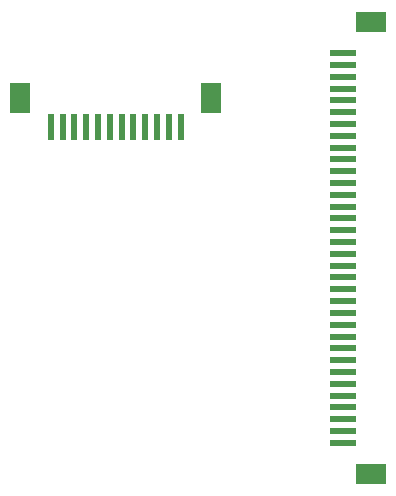
<source format=gbr>
G04 EAGLE Gerber RS-274X export*
G75*
%MOMM*%
%FSLAX34Y34*%
%LPD*%
%INSolderpaste Top*%
%IPPOS*%
%AMOC8*
5,1,8,0,0,1.08239X$1,22.5*%
G01*
%ADD10R,2.200000X0.600000*%
%ADD11R,2.600000X1.800000*%
%ADD12R,0.600000X2.200000*%
%ADD13R,1.800000X2.600000*%


D10*
X683230Y269310D03*
X683230Y259310D03*
X683230Y279310D03*
X683230Y249310D03*
D11*
X707230Y585310D03*
X707230Y203310D03*
D10*
X683230Y239310D03*
X683230Y229310D03*
X683230Y289310D03*
X683230Y299310D03*
X683230Y309310D03*
X683230Y319310D03*
X683230Y329310D03*
X683230Y339310D03*
X683230Y349310D03*
X683230Y359310D03*
X683230Y369310D03*
X683230Y379310D03*
X683230Y389310D03*
X683230Y399310D03*
X683230Y409310D03*
X683230Y419310D03*
X683230Y429310D03*
X683230Y439310D03*
X683230Y449310D03*
X683230Y459310D03*
X683230Y469310D03*
X683230Y479310D03*
X683230Y489310D03*
X683230Y499310D03*
X683230Y509310D03*
X683230Y519310D03*
X683230Y529310D03*
X683230Y539310D03*
X683230Y549310D03*
X683230Y559310D03*
D12*
X506010Y497000D03*
X516010Y497000D03*
X496010Y497000D03*
X526010Y497000D03*
D13*
X410010Y521000D03*
X572010Y521000D03*
D12*
X536010Y497000D03*
X546010Y497000D03*
X486010Y497000D03*
X476010Y497000D03*
X466010Y497000D03*
X456010Y497000D03*
X446010Y497000D03*
X436010Y497000D03*
M02*

</source>
